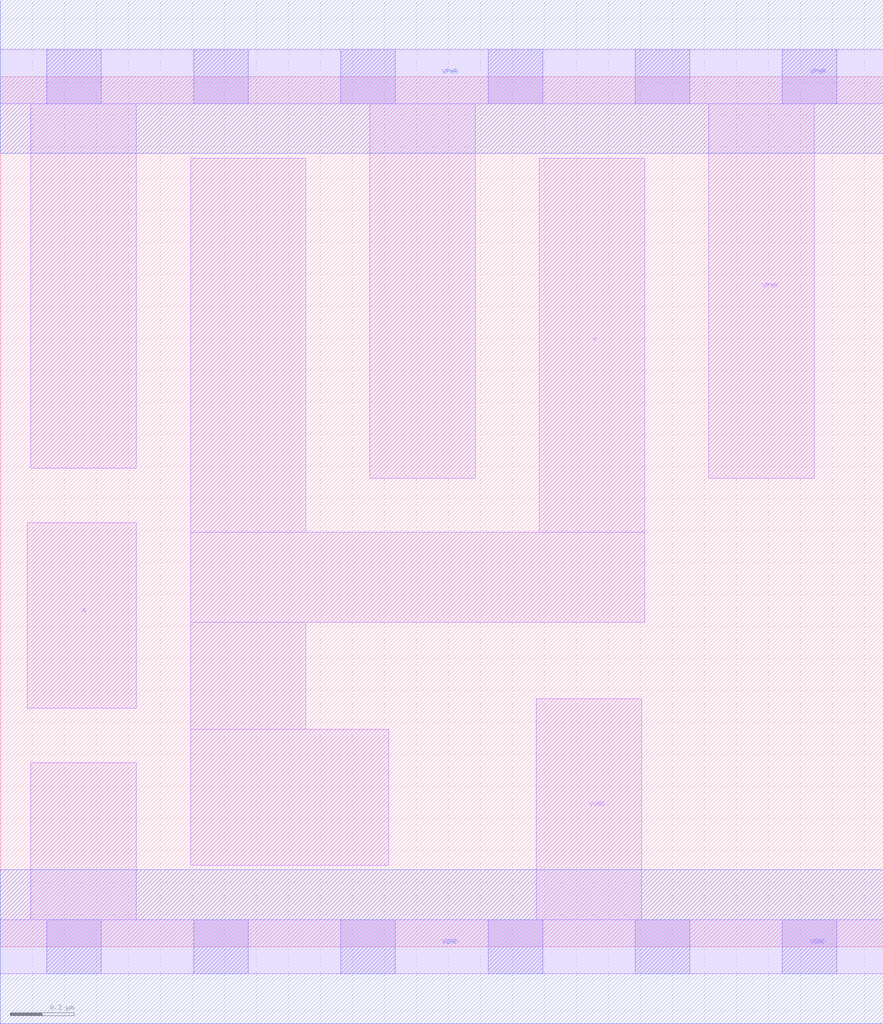
<source format=lef>
# Copyright 2020 The SkyWater PDK Authors
#
# Licensed under the Apache License, Version 2.0 (the "License");
# you may not use this file except in compliance with the License.
# You may obtain a copy of the License at
#
#     https://www.apache.org/licenses/LICENSE-2.0
#
# Unless required by applicable law or agreed to in writing, software
# distributed under the License is distributed on an "AS IS" BASIS,
# WITHOUT WARRANTIES OR CONDITIONS OF ANY KIND, either express or implied.
# See the License for the specific language governing permissions and
# limitations under the License.
#
# SPDX-License-Identifier: Apache-2.0

VERSION 5.7 ;
  NAMESCASESENSITIVE ON ;
  NOWIREEXTENSIONATPIN ON ;
  DIVIDERCHAR "/" ;
  BUSBITCHARS "[]" ;
UNITS
  DATABASE MICRONS 200 ;
END UNITS
MACRO sky130_fd_sc_hd__clkinvlp_4
  CLASS CORE ;
  SOURCE USER ;
  FOREIGN sky130_fd_sc_hd__clkinvlp_4 ;
  ORIGIN  0.000000  0.000000 ;
  SIZE  2.760000 BY  2.720000 ;
  SYMMETRY X Y R90 ;
  SITE unithd ;
  PIN A
    ANTENNAGATEAREA  1.330000 ;
    DIRECTION INPUT ;
    USE SIGNAL ;
    PORT
      LAYER li1 ;
        RECT 0.085000 0.745000 0.425000 1.325000 ;
    END
  END A
  PIN Y
    ANTENNADIFFAREA  0.714000 ;
    DIRECTION OUTPUT ;
    USE SIGNAL ;
    PORT
      LAYER li1 ;
        RECT 0.595000 0.255000 1.215000 0.680000 ;
        RECT 0.595000 0.680000 0.955000 1.015000 ;
        RECT 0.595000 1.015000 2.015000 1.295000 ;
        RECT 0.595000 1.295000 0.955000 2.465000 ;
        RECT 1.685000 1.295000 2.015000 2.465000 ;
    END
  END Y
  PIN VGND
    DIRECTION INOUT ;
    SHAPE ABUTMENT ;
    USE GROUND ;
    PORT
      LAYER li1 ;
        RECT 0.000000 -0.085000 2.760000 0.085000 ;
        RECT 0.095000  0.085000 0.425000 0.575000 ;
        RECT 1.675000  0.085000 2.005000 0.775000 ;
      LAYER mcon ;
        RECT 0.145000 -0.085000 0.315000 0.085000 ;
        RECT 0.605000 -0.085000 0.775000 0.085000 ;
        RECT 1.065000 -0.085000 1.235000 0.085000 ;
        RECT 1.525000 -0.085000 1.695000 0.085000 ;
        RECT 1.985000 -0.085000 2.155000 0.085000 ;
        RECT 2.445000 -0.085000 2.615000 0.085000 ;
      LAYER met1 ;
        RECT 0.000000 -0.240000 2.760000 0.240000 ;
    END
  END VGND
  PIN VPWR
    DIRECTION INOUT ;
    SHAPE ABUTMENT ;
    USE POWER ;
    PORT
      LAYER li1 ;
        RECT 0.000000 2.635000 2.760000 2.805000 ;
        RECT 0.095000 1.495000 0.425000 2.635000 ;
        RECT 1.155000 1.465000 1.485000 2.635000 ;
        RECT 2.215000 1.465000 2.545000 2.635000 ;
      LAYER mcon ;
        RECT 0.145000 2.635000 0.315000 2.805000 ;
        RECT 0.605000 2.635000 0.775000 2.805000 ;
        RECT 1.065000 2.635000 1.235000 2.805000 ;
        RECT 1.525000 2.635000 1.695000 2.805000 ;
        RECT 1.985000 2.635000 2.155000 2.805000 ;
        RECT 2.445000 2.635000 2.615000 2.805000 ;
      LAYER met1 ;
        RECT 0.000000 2.480000 2.760000 2.960000 ;
    END
  END VPWR
END sky130_fd_sc_hd__clkinvlp_4
END LIBRARY

</source>
